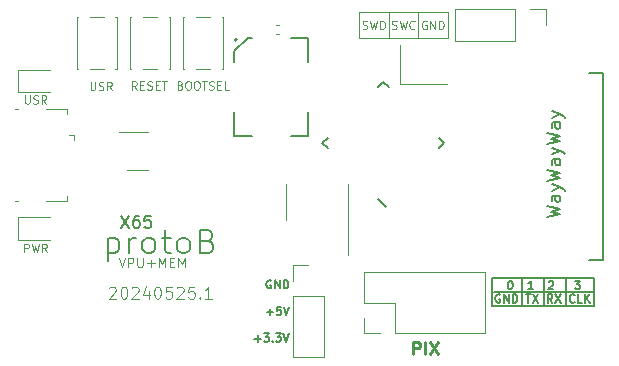
<source format=gbr>
%TF.GenerationSoftware,KiCad,Pcbnew,8.0.2*%
%TF.CreationDate,2024-05-26T20:11:31+02:00*%
%TF.ProjectId,protoB,70726f74-6f42-42e6-9b69-6361645f7063,rev?*%
%TF.SameCoordinates,PXbe7f170PY6de9350*%
%TF.FileFunction,Legend,Top*%
%TF.FilePolarity,Positive*%
%FSLAX46Y46*%
G04 Gerber Fmt 4.6, Leading zero omitted, Abs format (unit mm)*
G04 Created by KiCad (PCBNEW 8.0.2) date 2024-05-26 20:11:31*
%MOMM*%
%LPD*%
G01*
G04 APERTURE LIST*
%ADD10C,0.120000*%
%ADD11C,0.150000*%
%ADD12C,0.100000*%
%ADD13C,0.200000*%
%ADD14C,0.250000*%
G04 APERTURE END LIST*
D10*
X36950000Y29875000D02*
X36950000Y27625000D01*
X34450000Y29875000D02*
X34450000Y27625000D01*
X31950000Y29875000D02*
X31950000Y27625000D01*
X29450000Y29875000D02*
X29450000Y27625000D01*
X36950000Y27625000D02*
X29450000Y27625000D01*
X29450000Y29875000D02*
X36950000Y29875000D01*
D11*
X43250000Y7350000D02*
X43250000Y5050000D01*
X46950000Y7350000D02*
X46950000Y4950000D01*
X40750000Y4950000D02*
X40750000Y7350000D01*
X45100000Y4950000D02*
X45100000Y7350000D01*
X49350000Y7350000D02*
X49350000Y4950000D01*
X40750000Y7350000D02*
X49350000Y7350000D01*
X40850000Y6150000D02*
X49350000Y6150000D01*
X49350000Y4950000D02*
X40750000Y4950000D01*
D12*
X6716666Y23931367D02*
X6716666Y23364700D01*
X6716666Y23364700D02*
X6750000Y23298034D01*
X6750000Y23298034D02*
X6783333Y23264700D01*
X6783333Y23264700D02*
X6850000Y23231367D01*
X6850000Y23231367D02*
X6983333Y23231367D01*
X6983333Y23231367D02*
X7050000Y23264700D01*
X7050000Y23264700D02*
X7083333Y23298034D01*
X7083333Y23298034D02*
X7116666Y23364700D01*
X7116666Y23364700D02*
X7116666Y23931367D01*
X7416666Y23264700D02*
X7516666Y23231367D01*
X7516666Y23231367D02*
X7683333Y23231367D01*
X7683333Y23231367D02*
X7749999Y23264700D01*
X7749999Y23264700D02*
X7783333Y23298034D01*
X7783333Y23298034D02*
X7816666Y23364700D01*
X7816666Y23364700D02*
X7816666Y23431367D01*
X7816666Y23431367D02*
X7783333Y23498034D01*
X7783333Y23498034D02*
X7749999Y23531367D01*
X7749999Y23531367D02*
X7683333Y23564700D01*
X7683333Y23564700D02*
X7549999Y23598034D01*
X7549999Y23598034D02*
X7483333Y23631367D01*
X7483333Y23631367D02*
X7449999Y23664700D01*
X7449999Y23664700D02*
X7416666Y23731367D01*
X7416666Y23731367D02*
X7416666Y23798034D01*
X7416666Y23798034D02*
X7449999Y23864700D01*
X7449999Y23864700D02*
X7483333Y23898034D01*
X7483333Y23898034D02*
X7549999Y23931367D01*
X7549999Y23931367D02*
X7716666Y23931367D01*
X7716666Y23931367D02*
X7816666Y23898034D01*
X8516666Y23231367D02*
X8283333Y23564700D01*
X8116666Y23231367D02*
X8116666Y23931367D01*
X8116666Y23931367D02*
X8383333Y23931367D01*
X8383333Y23931367D02*
X8450000Y23898034D01*
X8450000Y23898034D02*
X8483333Y23864700D01*
X8483333Y23864700D02*
X8516666Y23798034D01*
X8516666Y23798034D02*
X8516666Y23698034D01*
X8516666Y23698034D02*
X8483333Y23631367D01*
X8483333Y23631367D02*
X8450000Y23598034D01*
X8450000Y23598034D02*
X8383333Y23564700D01*
X8383333Y23564700D02*
X8116666Y23564700D01*
X10633333Y23281367D02*
X10400000Y23614700D01*
X10233333Y23281367D02*
X10233333Y23981367D01*
X10233333Y23981367D02*
X10500000Y23981367D01*
X10500000Y23981367D02*
X10566667Y23948034D01*
X10566667Y23948034D02*
X10600000Y23914700D01*
X10600000Y23914700D02*
X10633333Y23848034D01*
X10633333Y23848034D02*
X10633333Y23748034D01*
X10633333Y23748034D02*
X10600000Y23681367D01*
X10600000Y23681367D02*
X10566667Y23648034D01*
X10566667Y23648034D02*
X10500000Y23614700D01*
X10500000Y23614700D02*
X10233333Y23614700D01*
X10933333Y23648034D02*
X11166667Y23648034D01*
X11266667Y23281367D02*
X10933333Y23281367D01*
X10933333Y23281367D02*
X10933333Y23981367D01*
X10933333Y23981367D02*
X11266667Y23981367D01*
X11533333Y23314700D02*
X11633333Y23281367D01*
X11633333Y23281367D02*
X11800000Y23281367D01*
X11800000Y23281367D02*
X11866666Y23314700D01*
X11866666Y23314700D02*
X11900000Y23348034D01*
X11900000Y23348034D02*
X11933333Y23414700D01*
X11933333Y23414700D02*
X11933333Y23481367D01*
X11933333Y23481367D02*
X11900000Y23548034D01*
X11900000Y23548034D02*
X11866666Y23581367D01*
X11866666Y23581367D02*
X11800000Y23614700D01*
X11800000Y23614700D02*
X11666666Y23648034D01*
X11666666Y23648034D02*
X11600000Y23681367D01*
X11600000Y23681367D02*
X11566666Y23714700D01*
X11566666Y23714700D02*
X11533333Y23781367D01*
X11533333Y23781367D02*
X11533333Y23848034D01*
X11533333Y23848034D02*
X11566666Y23914700D01*
X11566666Y23914700D02*
X11600000Y23948034D01*
X11600000Y23948034D02*
X11666666Y23981367D01*
X11666666Y23981367D02*
X11833333Y23981367D01*
X11833333Y23981367D02*
X11933333Y23948034D01*
X12233333Y23648034D02*
X12466667Y23648034D01*
X12566667Y23281367D02*
X12233333Y23281367D01*
X12233333Y23281367D02*
X12233333Y23981367D01*
X12233333Y23981367D02*
X12566667Y23981367D01*
X12766666Y23981367D02*
X13166666Y23981367D01*
X12966666Y23281367D02*
X12966666Y23981367D01*
X14316667Y23648034D02*
X14416667Y23614700D01*
X14416667Y23614700D02*
X14450000Y23581367D01*
X14450000Y23581367D02*
X14483333Y23514700D01*
X14483333Y23514700D02*
X14483333Y23414700D01*
X14483333Y23414700D02*
X14450000Y23348034D01*
X14450000Y23348034D02*
X14416667Y23314700D01*
X14416667Y23314700D02*
X14350000Y23281367D01*
X14350000Y23281367D02*
X14083333Y23281367D01*
X14083333Y23281367D02*
X14083333Y23981367D01*
X14083333Y23981367D02*
X14316667Y23981367D01*
X14316667Y23981367D02*
X14383333Y23948034D01*
X14383333Y23948034D02*
X14416667Y23914700D01*
X14416667Y23914700D02*
X14450000Y23848034D01*
X14450000Y23848034D02*
X14450000Y23781367D01*
X14450000Y23781367D02*
X14416667Y23714700D01*
X14416667Y23714700D02*
X14383333Y23681367D01*
X14383333Y23681367D02*
X14316667Y23648034D01*
X14316667Y23648034D02*
X14083333Y23648034D01*
X14916667Y23981367D02*
X15050000Y23981367D01*
X15050000Y23981367D02*
X15116667Y23948034D01*
X15116667Y23948034D02*
X15183333Y23881367D01*
X15183333Y23881367D02*
X15216667Y23748034D01*
X15216667Y23748034D02*
X15216667Y23514700D01*
X15216667Y23514700D02*
X15183333Y23381367D01*
X15183333Y23381367D02*
X15116667Y23314700D01*
X15116667Y23314700D02*
X15050000Y23281367D01*
X15050000Y23281367D02*
X14916667Y23281367D01*
X14916667Y23281367D02*
X14850000Y23314700D01*
X14850000Y23314700D02*
X14783333Y23381367D01*
X14783333Y23381367D02*
X14750000Y23514700D01*
X14750000Y23514700D02*
X14750000Y23748034D01*
X14750000Y23748034D02*
X14783333Y23881367D01*
X14783333Y23881367D02*
X14850000Y23948034D01*
X14850000Y23948034D02*
X14916667Y23981367D01*
X15650000Y23981367D02*
X15783333Y23981367D01*
X15783333Y23981367D02*
X15850000Y23948034D01*
X15850000Y23948034D02*
X15916666Y23881367D01*
X15916666Y23881367D02*
X15950000Y23748034D01*
X15950000Y23748034D02*
X15950000Y23514700D01*
X15950000Y23514700D02*
X15916666Y23381367D01*
X15916666Y23381367D02*
X15850000Y23314700D01*
X15850000Y23314700D02*
X15783333Y23281367D01*
X15783333Y23281367D02*
X15650000Y23281367D01*
X15650000Y23281367D02*
X15583333Y23314700D01*
X15583333Y23314700D02*
X15516666Y23381367D01*
X15516666Y23381367D02*
X15483333Y23514700D01*
X15483333Y23514700D02*
X15483333Y23748034D01*
X15483333Y23748034D02*
X15516666Y23881367D01*
X15516666Y23881367D02*
X15583333Y23948034D01*
X15583333Y23948034D02*
X15650000Y23981367D01*
X16149999Y23981367D02*
X16549999Y23981367D01*
X16349999Y23281367D02*
X16349999Y23981367D01*
X16749999Y23314700D02*
X16849999Y23281367D01*
X16849999Y23281367D02*
X17016666Y23281367D01*
X17016666Y23281367D02*
X17083332Y23314700D01*
X17083332Y23314700D02*
X17116666Y23348034D01*
X17116666Y23348034D02*
X17149999Y23414700D01*
X17149999Y23414700D02*
X17149999Y23481367D01*
X17149999Y23481367D02*
X17116666Y23548034D01*
X17116666Y23548034D02*
X17083332Y23581367D01*
X17083332Y23581367D02*
X17016666Y23614700D01*
X17016666Y23614700D02*
X16883332Y23648034D01*
X16883332Y23648034D02*
X16816666Y23681367D01*
X16816666Y23681367D02*
X16783332Y23714700D01*
X16783332Y23714700D02*
X16749999Y23781367D01*
X16749999Y23781367D02*
X16749999Y23848034D01*
X16749999Y23848034D02*
X16783332Y23914700D01*
X16783332Y23914700D02*
X16816666Y23948034D01*
X16816666Y23948034D02*
X16883332Y23981367D01*
X16883332Y23981367D02*
X17049999Y23981367D01*
X17049999Y23981367D02*
X17149999Y23948034D01*
X17449999Y23648034D02*
X17683333Y23648034D01*
X17783333Y23281367D02*
X17449999Y23281367D01*
X17449999Y23281367D02*
X17449999Y23981367D01*
X17449999Y23981367D02*
X17783333Y23981367D01*
X18416666Y23281367D02*
X18083332Y23281367D01*
X18083332Y23281367D02*
X18083332Y23981367D01*
X1119666Y9521367D02*
X1119666Y10221367D01*
X1119666Y10221367D02*
X1386333Y10221367D01*
X1386333Y10221367D02*
X1453000Y10188034D01*
X1453000Y10188034D02*
X1486333Y10154700D01*
X1486333Y10154700D02*
X1519666Y10088034D01*
X1519666Y10088034D02*
X1519666Y9988034D01*
X1519666Y9988034D02*
X1486333Y9921367D01*
X1486333Y9921367D02*
X1453000Y9888034D01*
X1453000Y9888034D02*
X1386333Y9854700D01*
X1386333Y9854700D02*
X1119666Y9854700D01*
X1753000Y10221367D02*
X1919666Y9521367D01*
X1919666Y9521367D02*
X2053000Y10021367D01*
X2053000Y10021367D02*
X2186333Y9521367D01*
X2186333Y9521367D02*
X2353000Y10221367D01*
X3019666Y9521367D02*
X2786333Y9854700D01*
X2619666Y9521367D02*
X2619666Y10221367D01*
X2619666Y10221367D02*
X2886333Y10221367D01*
X2886333Y10221367D02*
X2953000Y10188034D01*
X2953000Y10188034D02*
X2986333Y10154700D01*
X2986333Y10154700D02*
X3019666Y10088034D01*
X3019666Y10088034D02*
X3019666Y9988034D01*
X3019666Y9988034D02*
X2986333Y9921367D01*
X2986333Y9921367D02*
X2953000Y9888034D01*
X2953000Y9888034D02*
X2886333Y9854700D01*
X2886333Y9854700D02*
X2619666Y9854700D01*
X1169666Y22794367D02*
X1169666Y22227700D01*
X1169666Y22227700D02*
X1203000Y22161034D01*
X1203000Y22161034D02*
X1236333Y22127700D01*
X1236333Y22127700D02*
X1303000Y22094367D01*
X1303000Y22094367D02*
X1436333Y22094367D01*
X1436333Y22094367D02*
X1503000Y22127700D01*
X1503000Y22127700D02*
X1536333Y22161034D01*
X1536333Y22161034D02*
X1569666Y22227700D01*
X1569666Y22227700D02*
X1569666Y22794367D01*
X1869666Y22127700D02*
X1969666Y22094367D01*
X1969666Y22094367D02*
X2136333Y22094367D01*
X2136333Y22094367D02*
X2202999Y22127700D01*
X2202999Y22127700D02*
X2236333Y22161034D01*
X2236333Y22161034D02*
X2269666Y22227700D01*
X2269666Y22227700D02*
X2269666Y22294367D01*
X2269666Y22294367D02*
X2236333Y22361034D01*
X2236333Y22361034D02*
X2202999Y22394367D01*
X2202999Y22394367D02*
X2136333Y22427700D01*
X2136333Y22427700D02*
X2002999Y22461034D01*
X2002999Y22461034D02*
X1936333Y22494367D01*
X1936333Y22494367D02*
X1902999Y22527700D01*
X1902999Y22527700D02*
X1869666Y22594367D01*
X1869666Y22594367D02*
X1869666Y22661034D01*
X1869666Y22661034D02*
X1902999Y22727700D01*
X1902999Y22727700D02*
X1936333Y22761034D01*
X1936333Y22761034D02*
X2002999Y22794367D01*
X2002999Y22794367D02*
X2169666Y22794367D01*
X2169666Y22794367D02*
X2269666Y22761034D01*
X2969666Y22094367D02*
X2736333Y22427700D01*
X2569666Y22094367D02*
X2569666Y22794367D01*
X2569666Y22794367D02*
X2836333Y22794367D01*
X2836333Y22794367D02*
X2903000Y22761034D01*
X2903000Y22761034D02*
X2936333Y22727700D01*
X2936333Y22727700D02*
X2969666Y22661034D01*
X2969666Y22661034D02*
X2969666Y22561034D01*
X2969666Y22561034D02*
X2936333Y22494367D01*
X2936333Y22494367D02*
X2903000Y22461034D01*
X2903000Y22461034D02*
X2836333Y22427700D01*
X2836333Y22427700D02*
X2569666Y22427700D01*
D11*
X22000000Y7104556D02*
X21933333Y7137889D01*
X21933333Y7137889D02*
X21833333Y7137889D01*
X21833333Y7137889D02*
X21733333Y7104556D01*
X21733333Y7104556D02*
X21666667Y7037889D01*
X21666667Y7037889D02*
X21633333Y6971222D01*
X21633333Y6971222D02*
X21600000Y6837889D01*
X21600000Y6837889D02*
X21600000Y6737889D01*
X21600000Y6737889D02*
X21633333Y6604556D01*
X21633333Y6604556D02*
X21666667Y6537889D01*
X21666667Y6537889D02*
X21733333Y6471222D01*
X21733333Y6471222D02*
X21833333Y6437889D01*
X21833333Y6437889D02*
X21900000Y6437889D01*
X21900000Y6437889D02*
X22000000Y6471222D01*
X22000000Y6471222D02*
X22033333Y6504556D01*
X22033333Y6504556D02*
X22033333Y6737889D01*
X22033333Y6737889D02*
X21900000Y6737889D01*
X22333333Y6437889D02*
X22333333Y7137889D01*
X22333333Y7137889D02*
X22733333Y6437889D01*
X22733333Y6437889D02*
X22733333Y7137889D01*
X23066666Y6437889D02*
X23066666Y7137889D01*
X23066666Y7137889D02*
X23233333Y7137889D01*
X23233333Y7137889D02*
X23333333Y7104556D01*
X23333333Y7104556D02*
X23400000Y7037889D01*
X23400000Y7037889D02*
X23433333Y6971222D01*
X23433333Y6971222D02*
X23466666Y6837889D01*
X23466666Y6837889D02*
X23466666Y6737889D01*
X23466666Y6737889D02*
X23433333Y6604556D01*
X23433333Y6604556D02*
X23400000Y6537889D01*
X23400000Y6537889D02*
X23333333Y6471222D01*
X23333333Y6471222D02*
X23233333Y6437889D01*
X23233333Y6437889D02*
X23066666Y6437889D01*
X21633332Y4450634D02*
X22166666Y4450634D01*
X21899999Y4183967D02*
X21899999Y4717300D01*
X22833333Y4883967D02*
X22499999Y4883967D01*
X22499999Y4883967D02*
X22466666Y4550634D01*
X22466666Y4550634D02*
X22499999Y4583967D01*
X22499999Y4583967D02*
X22566666Y4617300D01*
X22566666Y4617300D02*
X22733333Y4617300D01*
X22733333Y4617300D02*
X22799999Y4583967D01*
X22799999Y4583967D02*
X22833333Y4550634D01*
X22833333Y4550634D02*
X22866666Y4483967D01*
X22866666Y4483967D02*
X22866666Y4317300D01*
X22866666Y4317300D02*
X22833333Y4250634D01*
X22833333Y4250634D02*
X22799999Y4217300D01*
X22799999Y4217300D02*
X22733333Y4183967D01*
X22733333Y4183967D02*
X22566666Y4183967D01*
X22566666Y4183967D02*
X22499999Y4217300D01*
X22499999Y4217300D02*
X22466666Y4250634D01*
X23066666Y4883967D02*
X23300000Y4183967D01*
X23300000Y4183967D02*
X23533333Y4883967D01*
X20599999Y2196712D02*
X21133333Y2196712D01*
X20866666Y1930045D02*
X20866666Y2463378D01*
X21400000Y2630045D02*
X21833333Y2630045D01*
X21833333Y2630045D02*
X21600000Y2363378D01*
X21600000Y2363378D02*
X21700000Y2363378D01*
X21700000Y2363378D02*
X21766666Y2330045D01*
X21766666Y2330045D02*
X21800000Y2296712D01*
X21800000Y2296712D02*
X21833333Y2230045D01*
X21833333Y2230045D02*
X21833333Y2063378D01*
X21833333Y2063378D02*
X21800000Y1996712D01*
X21800000Y1996712D02*
X21766666Y1963378D01*
X21766666Y1963378D02*
X21700000Y1930045D01*
X21700000Y1930045D02*
X21500000Y1930045D01*
X21500000Y1930045D02*
X21433333Y1963378D01*
X21433333Y1963378D02*
X21400000Y1996712D01*
X22133333Y1996712D02*
X22166667Y1963378D01*
X22166667Y1963378D02*
X22133333Y1930045D01*
X22133333Y1930045D02*
X22100000Y1963378D01*
X22100000Y1963378D02*
X22133333Y1996712D01*
X22133333Y1996712D02*
X22133333Y1930045D01*
X22400000Y2630045D02*
X22833333Y2630045D01*
X22833333Y2630045D02*
X22600000Y2363378D01*
X22600000Y2363378D02*
X22700000Y2363378D01*
X22700000Y2363378D02*
X22766666Y2330045D01*
X22766666Y2330045D02*
X22800000Y2296712D01*
X22800000Y2296712D02*
X22833333Y2230045D01*
X22833333Y2230045D02*
X22833333Y2063378D01*
X22833333Y2063378D02*
X22800000Y1996712D01*
X22800000Y1996712D02*
X22766666Y1963378D01*
X22766666Y1963378D02*
X22700000Y1930045D01*
X22700000Y1930045D02*
X22500000Y1930045D01*
X22500000Y1930045D02*
X22433333Y1963378D01*
X22433333Y1963378D02*
X22400000Y1996712D01*
X23033333Y2630045D02*
X23266667Y1930045D01*
X23266667Y1930045D02*
X23500000Y2630045D01*
D10*
X35166667Y29074074D02*
X35100000Y29107407D01*
X35100000Y29107407D02*
X35000000Y29107407D01*
X35000000Y29107407D02*
X34900000Y29074074D01*
X34900000Y29074074D02*
X34833334Y29007407D01*
X34833334Y29007407D02*
X34800000Y28940740D01*
X34800000Y28940740D02*
X34766667Y28807407D01*
X34766667Y28807407D02*
X34766667Y28707407D01*
X34766667Y28707407D02*
X34800000Y28574074D01*
X34800000Y28574074D02*
X34833334Y28507407D01*
X34833334Y28507407D02*
X34900000Y28440740D01*
X34900000Y28440740D02*
X35000000Y28407407D01*
X35000000Y28407407D02*
X35066667Y28407407D01*
X35066667Y28407407D02*
X35166667Y28440740D01*
X35166667Y28440740D02*
X35200000Y28474074D01*
X35200000Y28474074D02*
X35200000Y28707407D01*
X35200000Y28707407D02*
X35066667Y28707407D01*
X35500000Y28407407D02*
X35500000Y29107407D01*
X35500000Y29107407D02*
X35900000Y28407407D01*
X35900000Y28407407D02*
X35900000Y29107407D01*
X36233333Y28407407D02*
X36233333Y29107407D01*
X36233333Y29107407D02*
X36400000Y29107407D01*
X36400000Y29107407D02*
X36500000Y29074074D01*
X36500000Y29074074D02*
X36566667Y29007407D01*
X36566667Y29007407D02*
X36600000Y28940740D01*
X36600000Y28940740D02*
X36633333Y28807407D01*
X36633333Y28807407D02*
X36633333Y28707407D01*
X36633333Y28707407D02*
X36600000Y28574074D01*
X36600000Y28574074D02*
X36566667Y28507407D01*
X36566667Y28507407D02*
X36500000Y28440740D01*
X36500000Y28440740D02*
X36400000Y28407407D01*
X36400000Y28407407D02*
X36233333Y28407407D01*
X32250000Y28440740D02*
X32350000Y28407407D01*
X32350000Y28407407D02*
X32516667Y28407407D01*
X32516667Y28407407D02*
X32583333Y28440740D01*
X32583333Y28440740D02*
X32616667Y28474074D01*
X32616667Y28474074D02*
X32650000Y28540740D01*
X32650000Y28540740D02*
X32650000Y28607407D01*
X32650000Y28607407D02*
X32616667Y28674074D01*
X32616667Y28674074D02*
X32583333Y28707407D01*
X32583333Y28707407D02*
X32516667Y28740740D01*
X32516667Y28740740D02*
X32383333Y28774074D01*
X32383333Y28774074D02*
X32316667Y28807407D01*
X32316667Y28807407D02*
X32283333Y28840740D01*
X32283333Y28840740D02*
X32250000Y28907407D01*
X32250000Y28907407D02*
X32250000Y28974074D01*
X32250000Y28974074D02*
X32283333Y29040740D01*
X32283333Y29040740D02*
X32316667Y29074074D01*
X32316667Y29074074D02*
X32383333Y29107407D01*
X32383333Y29107407D02*
X32550000Y29107407D01*
X32550000Y29107407D02*
X32650000Y29074074D01*
X32883334Y29107407D02*
X33050000Y28407407D01*
X33050000Y28407407D02*
X33183334Y28907407D01*
X33183334Y28907407D02*
X33316667Y28407407D01*
X33316667Y28407407D02*
X33483334Y29107407D01*
X34150000Y28474074D02*
X34116667Y28440740D01*
X34116667Y28440740D02*
X34016667Y28407407D01*
X34016667Y28407407D02*
X33950000Y28407407D01*
X33950000Y28407407D02*
X33850000Y28440740D01*
X33850000Y28440740D02*
X33783334Y28507407D01*
X33783334Y28507407D02*
X33750000Y28574074D01*
X33750000Y28574074D02*
X33716667Y28707407D01*
X33716667Y28707407D02*
X33716667Y28807407D01*
X33716667Y28807407D02*
X33750000Y28940740D01*
X33750000Y28940740D02*
X33783334Y29007407D01*
X33783334Y29007407D02*
X33850000Y29074074D01*
X33850000Y29074074D02*
X33950000Y29107407D01*
X33950000Y29107407D02*
X34016667Y29107407D01*
X34016667Y29107407D02*
X34116667Y29074074D01*
X34116667Y29074074D02*
X34150000Y29040740D01*
X29750000Y28440740D02*
X29850000Y28407407D01*
X29850000Y28407407D02*
X30016667Y28407407D01*
X30016667Y28407407D02*
X30083333Y28440740D01*
X30083333Y28440740D02*
X30116667Y28474074D01*
X30116667Y28474074D02*
X30150000Y28540740D01*
X30150000Y28540740D02*
X30150000Y28607407D01*
X30150000Y28607407D02*
X30116667Y28674074D01*
X30116667Y28674074D02*
X30083333Y28707407D01*
X30083333Y28707407D02*
X30016667Y28740740D01*
X30016667Y28740740D02*
X29883333Y28774074D01*
X29883333Y28774074D02*
X29816667Y28807407D01*
X29816667Y28807407D02*
X29783333Y28840740D01*
X29783333Y28840740D02*
X29750000Y28907407D01*
X29750000Y28907407D02*
X29750000Y28974074D01*
X29750000Y28974074D02*
X29783333Y29040740D01*
X29783333Y29040740D02*
X29816667Y29074074D01*
X29816667Y29074074D02*
X29883333Y29107407D01*
X29883333Y29107407D02*
X30050000Y29107407D01*
X30050000Y29107407D02*
X30150000Y29074074D01*
X30383334Y29107407D02*
X30550000Y28407407D01*
X30550000Y28407407D02*
X30683334Y28907407D01*
X30683334Y28907407D02*
X30816667Y28407407D01*
X30816667Y28407407D02*
X30983334Y29107407D01*
X31250000Y28407407D02*
X31250000Y29107407D01*
X31250000Y29107407D02*
X31416667Y29107407D01*
X31416667Y29107407D02*
X31516667Y29074074D01*
X31516667Y29074074D02*
X31583334Y29007407D01*
X31583334Y29007407D02*
X31616667Y28940740D01*
X31616667Y28940740D02*
X31650000Y28807407D01*
X31650000Y28807407D02*
X31650000Y28707407D01*
X31650000Y28707407D02*
X31616667Y28574074D01*
X31616667Y28574074D02*
X31583334Y28507407D01*
X31583334Y28507407D02*
X31516667Y28440740D01*
X31516667Y28440740D02*
X31416667Y28407407D01*
X31416667Y28407407D02*
X31250000Y28407407D01*
D13*
X8157768Y10738496D02*
X8157768Y8738496D01*
X8157768Y10643258D02*
X8348244Y10738496D01*
X8348244Y10738496D02*
X8729197Y10738496D01*
X8729197Y10738496D02*
X8919673Y10643258D01*
X8919673Y10643258D02*
X9014911Y10548020D01*
X9014911Y10548020D02*
X9110149Y10357543D01*
X9110149Y10357543D02*
X9110149Y9786115D01*
X9110149Y9786115D02*
X9014911Y9595639D01*
X9014911Y9595639D02*
X8919673Y9500400D01*
X8919673Y9500400D02*
X8729197Y9405162D01*
X8729197Y9405162D02*
X8348244Y9405162D01*
X8348244Y9405162D02*
X8157768Y9500400D01*
X9967292Y9405162D02*
X9967292Y10738496D01*
X9967292Y10357543D02*
X10062530Y10548020D01*
X10062530Y10548020D02*
X10157768Y10643258D01*
X10157768Y10643258D02*
X10348244Y10738496D01*
X10348244Y10738496D02*
X10538721Y10738496D01*
X11491101Y9405162D02*
X11300625Y9500400D01*
X11300625Y9500400D02*
X11205387Y9595639D01*
X11205387Y9595639D02*
X11110149Y9786115D01*
X11110149Y9786115D02*
X11110149Y10357543D01*
X11110149Y10357543D02*
X11205387Y10548020D01*
X11205387Y10548020D02*
X11300625Y10643258D01*
X11300625Y10643258D02*
X11491101Y10738496D01*
X11491101Y10738496D02*
X11776816Y10738496D01*
X11776816Y10738496D02*
X11967292Y10643258D01*
X11967292Y10643258D02*
X12062530Y10548020D01*
X12062530Y10548020D02*
X12157768Y10357543D01*
X12157768Y10357543D02*
X12157768Y9786115D01*
X12157768Y9786115D02*
X12062530Y9595639D01*
X12062530Y9595639D02*
X11967292Y9500400D01*
X11967292Y9500400D02*
X11776816Y9405162D01*
X11776816Y9405162D02*
X11491101Y9405162D01*
X12729197Y10738496D02*
X13491101Y10738496D01*
X13014911Y11405162D02*
X13014911Y9690877D01*
X13014911Y9690877D02*
X13110149Y9500400D01*
X13110149Y9500400D02*
X13300625Y9405162D01*
X13300625Y9405162D02*
X13491101Y9405162D01*
X14443482Y9405162D02*
X14253006Y9500400D01*
X14253006Y9500400D02*
X14157768Y9595639D01*
X14157768Y9595639D02*
X14062530Y9786115D01*
X14062530Y9786115D02*
X14062530Y10357543D01*
X14062530Y10357543D02*
X14157768Y10548020D01*
X14157768Y10548020D02*
X14253006Y10643258D01*
X14253006Y10643258D02*
X14443482Y10738496D01*
X14443482Y10738496D02*
X14729197Y10738496D01*
X14729197Y10738496D02*
X14919673Y10643258D01*
X14919673Y10643258D02*
X15014911Y10548020D01*
X15014911Y10548020D02*
X15110149Y10357543D01*
X15110149Y10357543D02*
X15110149Y9786115D01*
X15110149Y9786115D02*
X15014911Y9595639D01*
X15014911Y9595639D02*
X14919673Y9500400D01*
X14919673Y9500400D02*
X14729197Y9405162D01*
X14729197Y9405162D02*
X14443482Y9405162D01*
X16633959Y10452781D02*
X16919673Y10357543D01*
X16919673Y10357543D02*
X17014911Y10262305D01*
X17014911Y10262305D02*
X17110149Y10071829D01*
X17110149Y10071829D02*
X17110149Y9786115D01*
X17110149Y9786115D02*
X17014911Y9595639D01*
X17014911Y9595639D02*
X16919673Y9500400D01*
X16919673Y9500400D02*
X16729197Y9405162D01*
X16729197Y9405162D02*
X15967292Y9405162D01*
X15967292Y9405162D02*
X15967292Y11405162D01*
X15967292Y11405162D02*
X16633959Y11405162D01*
X16633959Y11405162D02*
X16824435Y11309924D01*
X16824435Y11309924D02*
X16919673Y11214686D01*
X16919673Y11214686D02*
X17014911Y11024210D01*
X17014911Y11024210D02*
X17014911Y10833734D01*
X17014911Y10833734D02*
X16919673Y10643258D01*
X16919673Y10643258D02*
X16824435Y10548020D01*
X16824435Y10548020D02*
X16633959Y10452781D01*
X16633959Y10452781D02*
X15967292Y10452781D01*
D11*
X45396080Y12473429D02*
X46496080Y12735334D01*
X46496080Y12735334D02*
X45710366Y12944858D01*
X45710366Y12944858D02*
X46496080Y13154382D01*
X46496080Y13154382D02*
X45396080Y13416286D01*
X46496080Y14306763D02*
X45919890Y14306763D01*
X45919890Y14306763D02*
X45815128Y14254382D01*
X45815128Y14254382D02*
X45762747Y14149620D01*
X45762747Y14149620D02*
X45762747Y13940096D01*
X45762747Y13940096D02*
X45815128Y13835334D01*
X46443700Y14306763D02*
X46496080Y14202001D01*
X46496080Y14202001D02*
X46496080Y13940096D01*
X46496080Y13940096D02*
X46443700Y13835334D01*
X46443700Y13835334D02*
X46338938Y13782953D01*
X46338938Y13782953D02*
X46234176Y13782953D01*
X46234176Y13782953D02*
X46129414Y13835334D01*
X46129414Y13835334D02*
X46077033Y13940096D01*
X46077033Y13940096D02*
X46077033Y14202001D01*
X46077033Y14202001D02*
X46024652Y14306763D01*
X45762747Y14725810D02*
X46496080Y14987715D01*
X45762747Y15249620D02*
X46496080Y14987715D01*
X46496080Y14987715D02*
X46757985Y14882953D01*
X46757985Y14882953D02*
X46810366Y14830572D01*
X46810366Y14830572D02*
X46862747Y14725810D01*
X45396080Y15563905D02*
X46496080Y15825810D01*
X46496080Y15825810D02*
X45710366Y16035334D01*
X45710366Y16035334D02*
X46496080Y16244858D01*
X46496080Y16244858D02*
X45396080Y16506762D01*
X46496080Y17397239D02*
X45919890Y17397239D01*
X45919890Y17397239D02*
X45815128Y17344858D01*
X45815128Y17344858D02*
X45762747Y17240096D01*
X45762747Y17240096D02*
X45762747Y17030572D01*
X45762747Y17030572D02*
X45815128Y16925810D01*
X46443700Y17397239D02*
X46496080Y17292477D01*
X46496080Y17292477D02*
X46496080Y17030572D01*
X46496080Y17030572D02*
X46443700Y16925810D01*
X46443700Y16925810D02*
X46338938Y16873429D01*
X46338938Y16873429D02*
X46234176Y16873429D01*
X46234176Y16873429D02*
X46129414Y16925810D01*
X46129414Y16925810D02*
X46077033Y17030572D01*
X46077033Y17030572D02*
X46077033Y17292477D01*
X46077033Y17292477D02*
X46024652Y17397239D01*
X45762747Y17816286D02*
X46496080Y18078191D01*
X45762747Y18340096D02*
X46496080Y18078191D01*
X46496080Y18078191D02*
X46757985Y17973429D01*
X46757985Y17973429D02*
X46810366Y17921048D01*
X46810366Y17921048D02*
X46862747Y17816286D01*
X45396080Y18654381D02*
X46496080Y18916286D01*
X46496080Y18916286D02*
X45710366Y19125810D01*
X45710366Y19125810D02*
X46496080Y19335334D01*
X46496080Y19335334D02*
X45396080Y19597238D01*
X46496080Y20487715D02*
X45919890Y20487715D01*
X45919890Y20487715D02*
X45815128Y20435334D01*
X45815128Y20435334D02*
X45762747Y20330572D01*
X45762747Y20330572D02*
X45762747Y20121048D01*
X45762747Y20121048D02*
X45815128Y20016286D01*
X46443700Y20487715D02*
X46496080Y20382953D01*
X46496080Y20382953D02*
X46496080Y20121048D01*
X46496080Y20121048D02*
X46443700Y20016286D01*
X46443700Y20016286D02*
X46338938Y19963905D01*
X46338938Y19963905D02*
X46234176Y19963905D01*
X46234176Y19963905D02*
X46129414Y20016286D01*
X46129414Y20016286D02*
X46077033Y20121048D01*
X46077033Y20121048D02*
X46077033Y20382953D01*
X46077033Y20382953D02*
X46024652Y20487715D01*
X45762747Y20906762D02*
X46496080Y21168667D01*
X45762747Y21430572D02*
X46496080Y21168667D01*
X46496080Y21168667D02*
X46757985Y21063905D01*
X46757985Y21063905D02*
X46810366Y21011524D01*
X46810366Y21011524D02*
X46862747Y20906762D01*
X42215350Y7070428D02*
X42282016Y7070428D01*
X42282016Y7070428D02*
X42348683Y7037095D01*
X42348683Y7037095D02*
X42382016Y7003761D01*
X42382016Y7003761D02*
X42415350Y6937095D01*
X42415350Y6937095D02*
X42448683Y6803761D01*
X42448683Y6803761D02*
X42448683Y6637095D01*
X42448683Y6637095D02*
X42415350Y6503761D01*
X42415350Y6503761D02*
X42382016Y6437095D01*
X42382016Y6437095D02*
X42348683Y6403761D01*
X42348683Y6403761D02*
X42282016Y6370428D01*
X42282016Y6370428D02*
X42215350Y6370428D01*
X42215350Y6370428D02*
X42148683Y6403761D01*
X42148683Y6403761D02*
X42115350Y6437095D01*
X42115350Y6437095D02*
X42082016Y6503761D01*
X42082016Y6503761D02*
X42048683Y6637095D01*
X42048683Y6637095D02*
X42048683Y6803761D01*
X42048683Y6803761D02*
X42082016Y6937095D01*
X42082016Y6937095D02*
X42115350Y7003761D01*
X42115350Y7003761D02*
X42148683Y7037095D01*
X42148683Y7037095D02*
X42215350Y7070428D01*
X44182016Y6370428D02*
X43782016Y6370428D01*
X43982016Y6370428D02*
X43982016Y7070428D01*
X43982016Y7070428D02*
X43915349Y6970428D01*
X43915349Y6970428D02*
X43848683Y6903761D01*
X43848683Y6903761D02*
X43782016Y6870428D01*
X45515349Y7003761D02*
X45548682Y7037095D01*
X45548682Y7037095D02*
X45615349Y7070428D01*
X45615349Y7070428D02*
X45782016Y7070428D01*
X45782016Y7070428D02*
X45848682Y7037095D01*
X45848682Y7037095D02*
X45882016Y7003761D01*
X45882016Y7003761D02*
X45915349Y6937095D01*
X45915349Y6937095D02*
X45915349Y6870428D01*
X45915349Y6870428D02*
X45882016Y6770428D01*
X45882016Y6770428D02*
X45482016Y6370428D01*
X45482016Y6370428D02*
X45915349Y6370428D01*
X47748682Y7070428D02*
X48182015Y7070428D01*
X48182015Y7070428D02*
X47948682Y6803761D01*
X47948682Y6803761D02*
X48048682Y6803761D01*
X48048682Y6803761D02*
X48115348Y6770428D01*
X48115348Y6770428D02*
X48148682Y6737095D01*
X48148682Y6737095D02*
X48182015Y6670428D01*
X48182015Y6670428D02*
X48182015Y6503761D01*
X48182015Y6503761D02*
X48148682Y6437095D01*
X48148682Y6437095D02*
X48115348Y6403761D01*
X48115348Y6403761D02*
X48048682Y6370428D01*
X48048682Y6370428D02*
X47848682Y6370428D01*
X47848682Y6370428D02*
X47782015Y6403761D01*
X47782015Y6403761D02*
X47748682Y6437095D01*
X41382017Y5910134D02*
X41315350Y5943467D01*
X41315350Y5943467D02*
X41215350Y5943467D01*
X41215350Y5943467D02*
X41115350Y5910134D01*
X41115350Y5910134D02*
X41048684Y5843467D01*
X41048684Y5843467D02*
X41015350Y5776800D01*
X41015350Y5776800D02*
X40982017Y5643467D01*
X40982017Y5643467D02*
X40982017Y5543467D01*
X40982017Y5543467D02*
X41015350Y5410134D01*
X41015350Y5410134D02*
X41048684Y5343467D01*
X41048684Y5343467D02*
X41115350Y5276800D01*
X41115350Y5276800D02*
X41215350Y5243467D01*
X41215350Y5243467D02*
X41282017Y5243467D01*
X41282017Y5243467D02*
X41382017Y5276800D01*
X41382017Y5276800D02*
X41415350Y5310134D01*
X41415350Y5310134D02*
X41415350Y5543467D01*
X41415350Y5543467D02*
X41282017Y5543467D01*
X41715350Y5243467D02*
X41715350Y5943467D01*
X41715350Y5943467D02*
X42115350Y5243467D01*
X42115350Y5243467D02*
X42115350Y5943467D01*
X42448683Y5243467D02*
X42448683Y5943467D01*
X42448683Y5943467D02*
X42615350Y5943467D01*
X42615350Y5943467D02*
X42715350Y5910134D01*
X42715350Y5910134D02*
X42782017Y5843467D01*
X42782017Y5843467D02*
X42815350Y5776800D01*
X42815350Y5776800D02*
X42848683Y5643467D01*
X42848683Y5643467D02*
X42848683Y5543467D01*
X42848683Y5543467D02*
X42815350Y5410134D01*
X42815350Y5410134D02*
X42782017Y5343467D01*
X42782017Y5343467D02*
X42715350Y5276800D01*
X42715350Y5276800D02*
X42615350Y5243467D01*
X42615350Y5243467D02*
X42448683Y5243467D01*
X43582016Y5943467D02*
X43982016Y5943467D01*
X43782016Y5243467D02*
X43782016Y5943467D01*
X44148683Y5943467D02*
X44615349Y5243467D01*
X44615349Y5943467D02*
X44148683Y5243467D01*
X45815349Y5243467D02*
X45582016Y5576800D01*
X45415349Y5243467D02*
X45415349Y5943467D01*
X45415349Y5943467D02*
X45682016Y5943467D01*
X45682016Y5943467D02*
X45748683Y5910134D01*
X45748683Y5910134D02*
X45782016Y5876800D01*
X45782016Y5876800D02*
X45815349Y5810134D01*
X45815349Y5810134D02*
X45815349Y5710134D01*
X45815349Y5710134D02*
X45782016Y5643467D01*
X45782016Y5643467D02*
X45748683Y5610134D01*
X45748683Y5610134D02*
X45682016Y5576800D01*
X45682016Y5576800D02*
X45415349Y5576800D01*
X46048683Y5943467D02*
X46515349Y5243467D01*
X46515349Y5943467D02*
X46048683Y5243467D01*
X47715349Y5310134D02*
X47682016Y5276800D01*
X47682016Y5276800D02*
X47582016Y5243467D01*
X47582016Y5243467D02*
X47515349Y5243467D01*
X47515349Y5243467D02*
X47415349Y5276800D01*
X47415349Y5276800D02*
X47348683Y5343467D01*
X47348683Y5343467D02*
X47315349Y5410134D01*
X47315349Y5410134D02*
X47282016Y5543467D01*
X47282016Y5543467D02*
X47282016Y5643467D01*
X47282016Y5643467D02*
X47315349Y5776800D01*
X47315349Y5776800D02*
X47348683Y5843467D01*
X47348683Y5843467D02*
X47415349Y5910134D01*
X47415349Y5910134D02*
X47515349Y5943467D01*
X47515349Y5943467D02*
X47582016Y5943467D01*
X47582016Y5943467D02*
X47682016Y5910134D01*
X47682016Y5910134D02*
X47715349Y5876800D01*
X48348683Y5243467D02*
X48015349Y5243467D01*
X48015349Y5243467D02*
X48015349Y5943467D01*
X48582016Y5243467D02*
X48582016Y5943467D01*
X48982016Y5243467D02*
X48682016Y5643467D01*
X48982016Y5943467D02*
X48582016Y5543467D01*
D12*
X8306265Y6482343D02*
X8353884Y6529962D01*
X8353884Y6529962D02*
X8449122Y6577581D01*
X8449122Y6577581D02*
X8687217Y6577581D01*
X8687217Y6577581D02*
X8782455Y6529962D01*
X8782455Y6529962D02*
X8830074Y6482343D01*
X8830074Y6482343D02*
X8877693Y6387105D01*
X8877693Y6387105D02*
X8877693Y6291867D01*
X8877693Y6291867D02*
X8830074Y6149010D01*
X8830074Y6149010D02*
X8258646Y5577581D01*
X8258646Y5577581D02*
X8877693Y5577581D01*
X9496741Y6577581D02*
X9591979Y6577581D01*
X9591979Y6577581D02*
X9687217Y6529962D01*
X9687217Y6529962D02*
X9734836Y6482343D01*
X9734836Y6482343D02*
X9782455Y6387105D01*
X9782455Y6387105D02*
X9830074Y6196629D01*
X9830074Y6196629D02*
X9830074Y5958534D01*
X9830074Y5958534D02*
X9782455Y5768058D01*
X9782455Y5768058D02*
X9734836Y5672820D01*
X9734836Y5672820D02*
X9687217Y5625200D01*
X9687217Y5625200D02*
X9591979Y5577581D01*
X9591979Y5577581D02*
X9496741Y5577581D01*
X9496741Y5577581D02*
X9401503Y5625200D01*
X9401503Y5625200D02*
X9353884Y5672820D01*
X9353884Y5672820D02*
X9306265Y5768058D01*
X9306265Y5768058D02*
X9258646Y5958534D01*
X9258646Y5958534D02*
X9258646Y6196629D01*
X9258646Y6196629D02*
X9306265Y6387105D01*
X9306265Y6387105D02*
X9353884Y6482343D01*
X9353884Y6482343D02*
X9401503Y6529962D01*
X9401503Y6529962D02*
X9496741Y6577581D01*
X10211027Y6482343D02*
X10258646Y6529962D01*
X10258646Y6529962D02*
X10353884Y6577581D01*
X10353884Y6577581D02*
X10591979Y6577581D01*
X10591979Y6577581D02*
X10687217Y6529962D01*
X10687217Y6529962D02*
X10734836Y6482343D01*
X10734836Y6482343D02*
X10782455Y6387105D01*
X10782455Y6387105D02*
X10782455Y6291867D01*
X10782455Y6291867D02*
X10734836Y6149010D01*
X10734836Y6149010D02*
X10163408Y5577581D01*
X10163408Y5577581D02*
X10782455Y5577581D01*
X11639598Y6244248D02*
X11639598Y5577581D01*
X11401503Y6625200D02*
X11163408Y5910915D01*
X11163408Y5910915D02*
X11782455Y5910915D01*
X12353884Y6577581D02*
X12449122Y6577581D01*
X12449122Y6577581D02*
X12544360Y6529962D01*
X12544360Y6529962D02*
X12591979Y6482343D01*
X12591979Y6482343D02*
X12639598Y6387105D01*
X12639598Y6387105D02*
X12687217Y6196629D01*
X12687217Y6196629D02*
X12687217Y5958534D01*
X12687217Y5958534D02*
X12639598Y5768058D01*
X12639598Y5768058D02*
X12591979Y5672820D01*
X12591979Y5672820D02*
X12544360Y5625200D01*
X12544360Y5625200D02*
X12449122Y5577581D01*
X12449122Y5577581D02*
X12353884Y5577581D01*
X12353884Y5577581D02*
X12258646Y5625200D01*
X12258646Y5625200D02*
X12211027Y5672820D01*
X12211027Y5672820D02*
X12163408Y5768058D01*
X12163408Y5768058D02*
X12115789Y5958534D01*
X12115789Y5958534D02*
X12115789Y6196629D01*
X12115789Y6196629D02*
X12163408Y6387105D01*
X12163408Y6387105D02*
X12211027Y6482343D01*
X12211027Y6482343D02*
X12258646Y6529962D01*
X12258646Y6529962D02*
X12353884Y6577581D01*
X13591979Y6577581D02*
X13115789Y6577581D01*
X13115789Y6577581D02*
X13068170Y6101391D01*
X13068170Y6101391D02*
X13115789Y6149010D01*
X13115789Y6149010D02*
X13211027Y6196629D01*
X13211027Y6196629D02*
X13449122Y6196629D01*
X13449122Y6196629D02*
X13544360Y6149010D01*
X13544360Y6149010D02*
X13591979Y6101391D01*
X13591979Y6101391D02*
X13639598Y6006153D01*
X13639598Y6006153D02*
X13639598Y5768058D01*
X13639598Y5768058D02*
X13591979Y5672820D01*
X13591979Y5672820D02*
X13544360Y5625200D01*
X13544360Y5625200D02*
X13449122Y5577581D01*
X13449122Y5577581D02*
X13211027Y5577581D01*
X13211027Y5577581D02*
X13115789Y5625200D01*
X13115789Y5625200D02*
X13068170Y5672820D01*
X14020551Y6482343D02*
X14068170Y6529962D01*
X14068170Y6529962D02*
X14163408Y6577581D01*
X14163408Y6577581D02*
X14401503Y6577581D01*
X14401503Y6577581D02*
X14496741Y6529962D01*
X14496741Y6529962D02*
X14544360Y6482343D01*
X14544360Y6482343D02*
X14591979Y6387105D01*
X14591979Y6387105D02*
X14591979Y6291867D01*
X14591979Y6291867D02*
X14544360Y6149010D01*
X14544360Y6149010D02*
X13972932Y5577581D01*
X13972932Y5577581D02*
X14591979Y5577581D01*
X15496741Y6577581D02*
X15020551Y6577581D01*
X15020551Y6577581D02*
X14972932Y6101391D01*
X14972932Y6101391D02*
X15020551Y6149010D01*
X15020551Y6149010D02*
X15115789Y6196629D01*
X15115789Y6196629D02*
X15353884Y6196629D01*
X15353884Y6196629D02*
X15449122Y6149010D01*
X15449122Y6149010D02*
X15496741Y6101391D01*
X15496741Y6101391D02*
X15544360Y6006153D01*
X15544360Y6006153D02*
X15544360Y5768058D01*
X15544360Y5768058D02*
X15496741Y5672820D01*
X15496741Y5672820D02*
X15449122Y5625200D01*
X15449122Y5625200D02*
X15353884Y5577581D01*
X15353884Y5577581D02*
X15115789Y5577581D01*
X15115789Y5577581D02*
X15020551Y5625200D01*
X15020551Y5625200D02*
X14972932Y5672820D01*
X15972932Y5672820D02*
X16020551Y5625200D01*
X16020551Y5625200D02*
X15972932Y5577581D01*
X15972932Y5577581D02*
X15925313Y5625200D01*
X15925313Y5625200D02*
X15972932Y5672820D01*
X15972932Y5672820D02*
X15972932Y5577581D01*
X16972931Y5577581D02*
X16401503Y5577581D01*
X16687217Y5577581D02*
X16687217Y6577581D01*
X16687217Y6577581D02*
X16591979Y6434724D01*
X16591979Y6434724D02*
X16496741Y6339486D01*
X16496741Y6339486D02*
X16401503Y6291867D01*
D13*
X9324435Y12582781D02*
X9991101Y11582781D01*
X9991101Y12582781D02*
X9324435Y11582781D01*
X10800625Y12582781D02*
X10610149Y12582781D01*
X10610149Y12582781D02*
X10514911Y12535162D01*
X10514911Y12535162D02*
X10467292Y12487543D01*
X10467292Y12487543D02*
X10372054Y12344686D01*
X10372054Y12344686D02*
X10324435Y12154210D01*
X10324435Y12154210D02*
X10324435Y11773258D01*
X10324435Y11773258D02*
X10372054Y11678020D01*
X10372054Y11678020D02*
X10419673Y11630400D01*
X10419673Y11630400D02*
X10514911Y11582781D01*
X10514911Y11582781D02*
X10705387Y11582781D01*
X10705387Y11582781D02*
X10800625Y11630400D01*
X10800625Y11630400D02*
X10848244Y11678020D01*
X10848244Y11678020D02*
X10895863Y11773258D01*
X10895863Y11773258D02*
X10895863Y12011353D01*
X10895863Y12011353D02*
X10848244Y12106591D01*
X10848244Y12106591D02*
X10800625Y12154210D01*
X10800625Y12154210D02*
X10705387Y12201829D01*
X10705387Y12201829D02*
X10514911Y12201829D01*
X10514911Y12201829D02*
X10419673Y12154210D01*
X10419673Y12154210D02*
X10372054Y12106591D01*
X10372054Y12106591D02*
X10324435Y12011353D01*
X11800625Y12582781D02*
X11324435Y12582781D01*
X11324435Y12582781D02*
X11276816Y12106591D01*
X11276816Y12106591D02*
X11324435Y12154210D01*
X11324435Y12154210D02*
X11419673Y12201829D01*
X11419673Y12201829D02*
X11657768Y12201829D01*
X11657768Y12201829D02*
X11753006Y12154210D01*
X11753006Y12154210D02*
X11800625Y12106591D01*
X11800625Y12106591D02*
X11848244Y12011353D01*
X11848244Y12011353D02*
X11848244Y11773258D01*
X11848244Y11773258D02*
X11800625Y11678020D01*
X11800625Y11678020D02*
X11753006Y11630400D01*
X11753006Y11630400D02*
X11657768Y11582781D01*
X11657768Y11582781D02*
X11419673Y11582781D01*
X11419673Y11582781D02*
X11324435Y11630400D01*
X11324435Y11630400D02*
X11276816Y11678020D01*
D12*
X9091979Y9053105D02*
X9358646Y8253105D01*
X9358646Y8253105D02*
X9625312Y9053105D01*
X9891979Y8253105D02*
X9891979Y9053105D01*
X9891979Y9053105D02*
X10196741Y9053105D01*
X10196741Y9053105D02*
X10272931Y9015010D01*
X10272931Y9015010D02*
X10311026Y8976915D01*
X10311026Y8976915D02*
X10349122Y8900724D01*
X10349122Y8900724D02*
X10349122Y8786439D01*
X10349122Y8786439D02*
X10311026Y8710248D01*
X10311026Y8710248D02*
X10272931Y8672153D01*
X10272931Y8672153D02*
X10196741Y8634058D01*
X10196741Y8634058D02*
X9891979Y8634058D01*
X10691979Y9053105D02*
X10691979Y8405486D01*
X10691979Y8405486D02*
X10730074Y8329296D01*
X10730074Y8329296D02*
X10768169Y8291200D01*
X10768169Y8291200D02*
X10844360Y8253105D01*
X10844360Y8253105D02*
X10996741Y8253105D01*
X10996741Y8253105D02*
X11072931Y8291200D01*
X11072931Y8291200D02*
X11111026Y8329296D01*
X11111026Y8329296D02*
X11149122Y8405486D01*
X11149122Y8405486D02*
X11149122Y9053105D01*
X11530074Y8557867D02*
X12139598Y8557867D01*
X11834836Y8253105D02*
X11834836Y8862629D01*
X12520550Y8253105D02*
X12520550Y9053105D01*
X12520550Y9053105D02*
X12787216Y8481677D01*
X12787216Y8481677D02*
X13053883Y9053105D01*
X13053883Y9053105D02*
X13053883Y8253105D01*
X13434836Y8672153D02*
X13701502Y8672153D01*
X13815788Y8253105D02*
X13434836Y8253105D01*
X13434836Y8253105D02*
X13434836Y9053105D01*
X13434836Y9053105D02*
X13815788Y9053105D01*
X14158646Y8253105D02*
X14158646Y9053105D01*
X14158646Y9053105D02*
X14425312Y8481677D01*
X14425312Y8481677D02*
X14691979Y9053105D01*
X14691979Y9053105D02*
X14691979Y8253105D01*
D14*
X34052568Y885381D02*
X34052568Y1885381D01*
X34052568Y1885381D02*
X34433520Y1885381D01*
X34433520Y1885381D02*
X34528758Y1837762D01*
X34528758Y1837762D02*
X34576377Y1790143D01*
X34576377Y1790143D02*
X34623996Y1694905D01*
X34623996Y1694905D02*
X34623996Y1552048D01*
X34623996Y1552048D02*
X34576377Y1456810D01*
X34576377Y1456810D02*
X34528758Y1409191D01*
X34528758Y1409191D02*
X34433520Y1361572D01*
X34433520Y1361572D02*
X34052568Y1361572D01*
X35052568Y885381D02*
X35052568Y1885381D01*
X35433520Y1885381D02*
X36100186Y885381D01*
X36100186Y1885381D02*
X35433520Y885381D01*
D10*
%TO.C,U2*%
X9800000Y16490000D02*
X11600000Y16490000D01*
X11600000Y19710000D02*
X9150000Y19710000D01*
%TO.C,D1*%
X565000Y24960000D02*
X565000Y23040000D01*
X565000Y23040000D02*
X3250000Y23040000D01*
X3250000Y24960000D02*
X565000Y24960000D01*
%TO.C,D2*%
X565000Y12460000D02*
X565000Y10540000D01*
X565000Y10540000D02*
X3250000Y10540000D01*
X3250000Y12460000D02*
X565000Y12460000D01*
%TO.C,U3*%
X23290000Y12250000D02*
X23290000Y15250000D01*
X28510000Y9250000D02*
X28510000Y15250000D01*
%TO.C,J6*%
X23837000Y8410000D02*
X25167000Y8410000D01*
X23837000Y7080000D02*
X23837000Y8410000D01*
X23837000Y5810000D02*
X23837000Y670000D01*
X23837000Y5810000D02*
X26497000Y5810000D01*
X23837000Y670000D02*
X26497000Y670000D01*
X26497000Y5810000D02*
X26497000Y670000D01*
%TO.C,SW1*%
X10050000Y29450000D02*
X10050000Y25050000D01*
X10050000Y25050000D02*
X10170000Y25050000D01*
X10170000Y29450000D02*
X10050000Y29450000D01*
X11180000Y25050000D02*
X12320000Y25050000D01*
X12320000Y29450000D02*
X11180000Y29450000D01*
X13330000Y25050000D02*
X13450000Y25050000D01*
X13450000Y29450000D02*
X13330000Y29450000D01*
X13450000Y25050000D02*
X13450000Y29450000D01*
%TO.C,SW2*%
X14550000Y29450000D02*
X14550000Y25050000D01*
X14550000Y25050000D02*
X14670000Y25050000D01*
X14670000Y29450000D02*
X14550000Y29450000D01*
X15680000Y25050000D02*
X16820000Y25050000D01*
X16820000Y29450000D02*
X15680000Y29450000D01*
X17830000Y25050000D02*
X17950000Y25050000D01*
X17950000Y29450000D02*
X17830000Y29450000D01*
X17950000Y25050000D02*
X17950000Y29450000D01*
%TO.C,SW3*%
X5550000Y29450000D02*
X5550000Y25050000D01*
X5550000Y25050000D02*
X5670000Y25050000D01*
X5670000Y29450000D02*
X5550000Y29450000D01*
X6680000Y25050000D02*
X7820000Y25050000D01*
X7820000Y29450000D02*
X6680000Y29450000D01*
X8830000Y25050000D02*
X8950000Y25050000D01*
X8950000Y29450000D02*
X8830000Y29450000D01*
X8950000Y25050000D02*
X8950000Y29450000D01*
%TO.C,Y1*%
X32940000Y27080000D02*
X32940000Y23780000D01*
X32940000Y23780000D02*
X36940000Y23780000D01*
D11*
%TO.C,U1*%
X26338120Y18750000D02*
X26797740Y19209619D01*
X26797740Y18290381D02*
X26338120Y18750000D01*
X31040381Y14047740D02*
X31747487Y13340633D01*
X31500000Y23911880D02*
X31040381Y23452260D01*
X31959619Y23452260D02*
X31500000Y23911880D01*
X36202260Y19209619D02*
X36661880Y18750000D01*
X36661880Y18750000D02*
X36202260Y18290381D01*
D10*
%TO.C,J2*%
X37540000Y30080000D02*
X37540000Y27420000D01*
X42680000Y30080000D02*
X37540000Y30080000D01*
X42680000Y30080000D02*
X42680000Y27420000D01*
X42680000Y27420000D02*
X37540000Y27420000D01*
X43950000Y30080000D02*
X45280000Y30080000D01*
X45280000Y30080000D02*
X45280000Y28750000D01*
%TO.C,J4*%
X29870000Y7845000D02*
X40150000Y7845000D01*
X29870000Y5245000D02*
X29870000Y7845000D01*
X29870000Y2645000D02*
X29870000Y3975000D01*
X31200000Y2645000D02*
X29870000Y2645000D01*
X32470000Y5245000D02*
X29870000Y5245000D01*
X32470000Y2645000D02*
X32470000Y5245000D01*
X32470000Y2645000D02*
X40150000Y2645000D01*
X40150000Y2645000D02*
X40150000Y7845000D01*
D11*
%TO.C,J5*%
X50150000Y24650000D02*
X48950000Y24650000D01*
X50150000Y24650000D02*
X50150000Y8850000D01*
X50150000Y8850000D02*
X48950000Y8850000D01*
D10*
%TO.C,J1*%
X362500Y21650000D02*
X612500Y21650000D01*
X362500Y13850000D02*
X612500Y13850000D01*
X2912500Y21650000D02*
X4762500Y21650000D01*
X2912500Y13850000D02*
X4762500Y13850000D01*
X4762500Y21650000D02*
X4762500Y21200000D01*
X4762500Y13850000D02*
X4762500Y14300000D01*
X5312500Y19450000D02*
X4862500Y19450000D01*
X5312500Y19450000D02*
X5312500Y19000000D01*
%TO.C,R21*%
X22703641Y28730000D02*
X22396359Y28730000D01*
X22703641Y27970000D02*
X22396359Y27970000D01*
D11*
%TO.C,U4*%
X18860000Y26500000D02*
X18860000Y25650000D01*
X18860000Y19350000D02*
X18860000Y21350000D01*
X20010000Y27650000D02*
X18860000Y26500000D01*
X20360000Y27650000D02*
X20010000Y27650000D01*
X20360000Y19350000D02*
X18860000Y19350000D01*
X23660000Y27650000D02*
X25160000Y27650000D01*
X23660000Y27650000D02*
X25160000Y27650000D01*
X23660000Y27650000D02*
X25160000Y27650000D01*
X23660000Y19350000D02*
X25160000Y19350000D01*
X25160000Y27650000D02*
X25160000Y25650000D01*
X25160000Y27650000D02*
X25160000Y25650000D01*
X25160000Y27650000D02*
X25160000Y25650000D01*
X25160000Y19350000D02*
X25160000Y21350000D01*
D13*
X19110000Y27500000D02*
G75*
G02*
X18910000Y27500000I-100000J0D01*
G01*
X18910000Y27500000D02*
G75*
G02*
X19110000Y27500000I100000J0D01*
G01*
%TD*%
M02*

</source>
